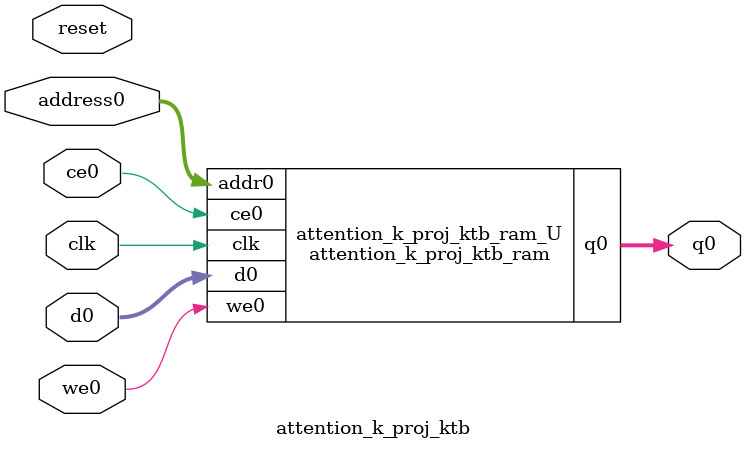
<source format=v>
`timescale 1 ns / 1 ps
module attention_k_proj_ktb_ram (addr0, ce0, d0, we0, q0,  clk);

parameter DWIDTH = 38;
parameter AWIDTH = 7;
parameter MEM_SIZE = 96;

input[AWIDTH-1:0] addr0;
input ce0;
input[DWIDTH-1:0] d0;
input we0;
output reg[DWIDTH-1:0] q0;
input clk;

(* ram_style = "block" *)reg [DWIDTH-1:0] ram[0:MEM_SIZE-1];




always @(posedge clk)  
begin 
    if (ce0) begin
        if (we0) 
            ram[addr0] <= d0; 
        q0 <= ram[addr0];
    end
end


endmodule

`timescale 1 ns / 1 ps
module attention_k_proj_ktb(
    reset,
    clk,
    address0,
    ce0,
    we0,
    d0,
    q0);

parameter DataWidth = 32'd38;
parameter AddressRange = 32'd96;
parameter AddressWidth = 32'd7;
input reset;
input clk;
input[AddressWidth - 1:0] address0;
input ce0;
input we0;
input[DataWidth - 1:0] d0;
output[DataWidth - 1:0] q0;



attention_k_proj_ktb_ram attention_k_proj_ktb_ram_U(
    .clk( clk ),
    .addr0( address0 ),
    .ce0( ce0 ),
    .we0( we0 ),
    .d0( d0 ),
    .q0( q0 ));

endmodule


</source>
